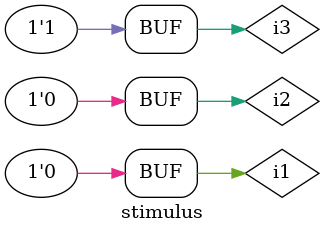
<source format=v>
`timescale 1ns / 1ps


module stimulus;

	// Inputs
	reg i1;
	reg i2;
	reg i3;

	// Outputs
	wire gateOutput;

	// Instantiate the Unit Under Test (UUT)
	ThreeInputOrGate uut (
		.i1(i1), 
		.i2(i2), 
		.i3(i3), 
		.gateOutput(gateOutput)
	);

	initial begin
		// Initialize Inputs
		i1 = 0;
		i2 = 0;
		i3 = 0;

		// Wait 100 ns for global reset to finish
		#100;
        
		// Add stimulus here
		#50 i1 = 1;
		#50 i1 = 0;
		#60 i3 = 1;
		
	end
   
	initial begin
		$monitor("output=%d, i1=%d, i2=%d, i3=%d\n",gateOutput,i1,i2,i3);
	end	
endmodule


</source>
